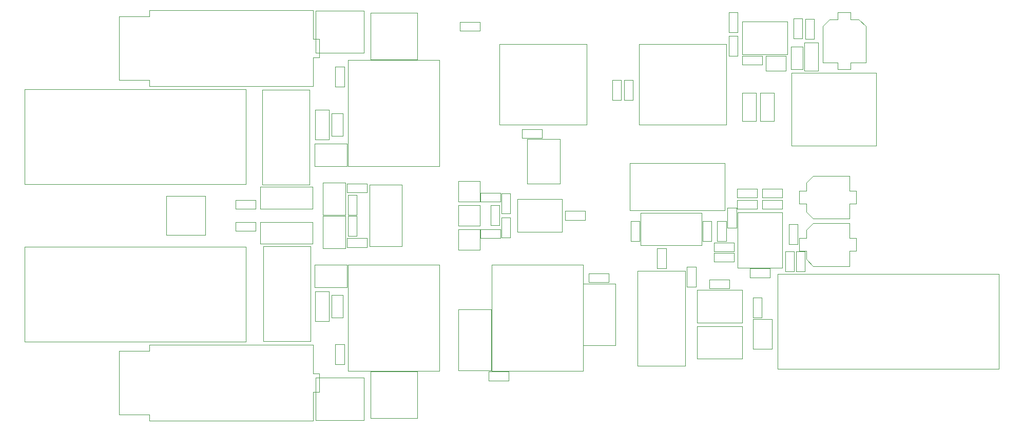
<source format=gbr>
G04 #@! TF.GenerationSoftware,KiCad,Pcbnew,(5.1.9)-1*
G04 #@! TF.CreationDate,2021-04-27T11:57:58-05:00*
G04 #@! TF.ProjectId,high-gain-diff-probe,68696768-2d67-4616-996e-2d646966662d,rev?*
G04 #@! TF.SameCoordinates,Original*
G04 #@! TF.FileFunction,Other,User*
%FSLAX46Y46*%
G04 Gerber Fmt 4.6, Leading zero omitted, Abs format (unit mm)*
G04 Created by KiCad (PCBNEW (5.1.9)-1) date 2021-04-27 11:57:58*
%MOMM*%
%LPD*%
G01*
G04 APERTURE LIST*
%ADD10C,0.050000*%
%ADD11C,0.120000*%
G04 APERTURE END LIST*
D10*
X187000000Y-99520000D02*
X187000000Y-108680000D01*
X187000000Y-108680000D02*
X194400000Y-108680000D01*
X194400000Y-108680000D02*
X194400000Y-99520000D01*
X194400000Y-99520000D02*
X187000000Y-99520000D01*
X183670000Y-100950000D02*
X185130000Y-100950000D01*
X185130000Y-100950000D02*
X185130000Y-104250000D01*
X185130000Y-104250000D02*
X183670000Y-104250000D01*
X183670000Y-104250000D02*
X183670000Y-100950000D01*
X186450000Y-104470000D02*
X186450000Y-105930000D01*
X186450000Y-105930000D02*
X183150000Y-105930000D01*
X183150000Y-105930000D02*
X183150000Y-104470000D01*
X183150000Y-104470000D02*
X186450000Y-104470000D01*
X198130000Y-109250000D02*
X196670000Y-109250000D01*
X196670000Y-109250000D02*
X196670000Y-105950000D01*
X196670000Y-105950000D02*
X198130000Y-105950000D01*
X198130000Y-105950000D02*
X198130000Y-109250000D01*
X196930000Y-104750000D02*
X195470000Y-104750000D01*
X195470000Y-104750000D02*
X195470000Y-101450000D01*
X195470000Y-101450000D02*
X196930000Y-101450000D01*
X196930000Y-101450000D02*
X196930000Y-104750000D01*
X183150000Y-107630000D02*
X183150000Y-106170000D01*
X183150000Y-106170000D02*
X186450000Y-106170000D01*
X186450000Y-106170000D02*
X186450000Y-107630000D01*
X186450000Y-107630000D02*
X183150000Y-107630000D01*
X190250000Y-95570000D02*
X190250000Y-97030000D01*
X190250000Y-97030000D02*
X186950000Y-97030000D01*
X186950000Y-97030000D02*
X186950000Y-95570000D01*
X186950000Y-95570000D02*
X190250000Y-95570000D01*
X190250000Y-97470000D02*
X190250000Y-98930000D01*
X190250000Y-98930000D02*
X186950000Y-98930000D01*
X186950000Y-98930000D02*
X186950000Y-97470000D01*
X186950000Y-97470000D02*
X190250000Y-97470000D01*
X191050000Y-98930000D02*
X191050000Y-97470000D01*
X191050000Y-97470000D02*
X194350000Y-97470000D01*
X194350000Y-97470000D02*
X194350000Y-98930000D01*
X194350000Y-98930000D02*
X191050000Y-98930000D01*
D11*
X125400000Y-126800000D02*
X117400000Y-126800000D01*
X117400000Y-126800000D02*
X117400000Y-133800000D01*
X117400000Y-133800000D02*
X125400000Y-133800000D01*
X125400000Y-133800000D02*
X125400000Y-126800000D01*
X125400000Y-66200000D02*
X117400000Y-66200000D01*
X117400000Y-66200000D02*
X117400000Y-73200000D01*
X117400000Y-73200000D02*
X125400000Y-73200000D01*
X125400000Y-73200000D02*
X125400000Y-66200000D01*
D10*
X116600000Y-120750000D02*
X108750000Y-120750000D01*
X116600000Y-105100000D02*
X116600000Y-120750000D01*
X108750000Y-105100000D02*
X116600000Y-105100000D01*
X108750000Y-120750000D02*
X108750000Y-105100000D01*
X108600000Y-79250000D02*
X116450000Y-79250000D01*
X108600000Y-94900000D02*
X108600000Y-79250000D01*
X116450000Y-94900000D02*
X108600000Y-94900000D01*
X116450000Y-79250000D02*
X116450000Y-94900000D01*
X169250000Y-99200000D02*
X169250000Y-91350000D01*
X184900000Y-99200000D02*
X169250000Y-99200000D01*
X184900000Y-91350000D02*
X184900000Y-99200000D01*
X169250000Y-91350000D02*
X184900000Y-91350000D01*
X170500000Y-109150000D02*
X178350000Y-109150000D01*
X170500000Y-124800000D02*
X170500000Y-109150000D01*
X178350000Y-124800000D02*
X170500000Y-124800000D01*
X178350000Y-109150000D02*
X178350000Y-124800000D01*
X118000000Y-126100000D02*
X117000000Y-126100000D01*
X118000000Y-129100000D02*
X118000000Y-126100000D01*
X117000000Y-129100000D02*
X118000000Y-129100000D01*
X85000000Y-132880000D02*
X90000000Y-132880000D01*
X85000000Y-122320000D02*
X85000000Y-132880000D01*
X90000000Y-122320000D02*
X85000000Y-122320000D01*
X90000000Y-121350000D02*
X117000000Y-121350000D01*
X90000000Y-122320000D02*
X90000000Y-121350000D01*
X90000000Y-133850000D02*
X90000000Y-132880000D01*
X117000000Y-133850000D02*
X90000000Y-133850000D01*
X117000000Y-133850000D02*
X117000000Y-129100000D01*
X117000000Y-126100000D02*
X117000000Y-121350000D01*
X118000000Y-70900000D02*
X117000000Y-70900000D01*
X118000000Y-73900000D02*
X118000000Y-70900000D01*
X117000000Y-73900000D02*
X118000000Y-73900000D01*
X85000000Y-77680000D02*
X90000000Y-77680000D01*
X85000000Y-67120000D02*
X85000000Y-77680000D01*
X90000000Y-67120000D02*
X85000000Y-67120000D01*
X90000000Y-66150000D02*
X117000000Y-66150000D01*
X90000000Y-67120000D02*
X90000000Y-66150000D01*
X90000000Y-78650000D02*
X90000000Y-77680000D01*
X117000000Y-78650000D02*
X90000000Y-78650000D01*
X117000000Y-78650000D02*
X117000000Y-73900000D01*
X117000000Y-70900000D02*
X117000000Y-66150000D01*
X137800000Y-108150000D02*
X137800000Y-125650000D01*
X137800000Y-125650000D02*
X122800000Y-125650000D01*
X122800000Y-125650000D02*
X122800000Y-108150000D01*
X122800000Y-108150000D02*
X137800000Y-108150000D01*
X146500000Y-125650000D02*
X146500000Y-108150000D01*
X146500000Y-108150000D02*
X161500000Y-108150000D01*
X161500000Y-108150000D02*
X161500000Y-125650000D01*
X161500000Y-125650000D02*
X146500000Y-125650000D01*
X122800000Y-91850000D02*
X122800000Y-74350000D01*
X122800000Y-74350000D02*
X137800000Y-74350000D01*
X137800000Y-74350000D02*
X137800000Y-91850000D01*
X137800000Y-91850000D02*
X122800000Y-91850000D01*
X134150000Y-74250000D02*
X134150000Y-66550000D01*
X134150000Y-66550000D02*
X126450000Y-66550000D01*
X126450000Y-66550000D02*
X126450000Y-74250000D01*
X126450000Y-74250000D02*
X134150000Y-74250000D01*
X134150000Y-133450000D02*
X134150000Y-125750000D01*
X134150000Y-125750000D02*
X126450000Y-125750000D01*
X126450000Y-125750000D02*
X126450000Y-133450000D01*
X126450000Y-133450000D02*
X134150000Y-133450000D01*
X104250000Y-102530000D02*
X104250000Y-101070000D01*
X104250000Y-101070000D02*
X107550000Y-101070000D01*
X107550000Y-101070000D02*
X107550000Y-102530000D01*
X107550000Y-102530000D02*
X104250000Y-102530000D01*
X108260000Y-104700000D02*
X116910000Y-104700000D01*
X116910000Y-104700000D02*
X116910000Y-101100000D01*
X116910000Y-101100000D02*
X108260000Y-101100000D01*
X108260000Y-101100000D02*
X108260000Y-104700000D01*
X108260000Y-98900000D02*
X116910000Y-98900000D01*
X116910000Y-98900000D02*
X116910000Y-95300000D01*
X116910000Y-95300000D02*
X108260000Y-95300000D01*
X108260000Y-95300000D02*
X108260000Y-98900000D01*
X200350000Y-71450000D02*
X200350000Y-76150000D01*
X200350000Y-76150000D02*
X198050000Y-76150000D01*
X198050000Y-76150000D02*
X198050000Y-71450000D01*
X200350000Y-71450000D02*
X198050000Y-71450000D01*
X187800000Y-73400000D02*
X195200000Y-73400000D01*
X187800000Y-68000000D02*
X187800000Y-73400000D01*
X195200000Y-68000000D02*
X187800000Y-68000000D01*
X195200000Y-73400000D02*
X195200000Y-68000000D01*
X187775000Y-118265000D02*
X180375000Y-118265000D01*
X187775000Y-123665000D02*
X187775000Y-118265000D01*
X180375000Y-123665000D02*
X187775000Y-123665000D01*
X180375000Y-118265000D02*
X180375000Y-123665000D01*
X92750000Y-103250000D02*
X99250000Y-103250000D01*
X99250000Y-103250000D02*
X99250000Y-96800000D01*
X99250000Y-96800000D02*
X92750000Y-96800000D01*
X92750000Y-96800000D02*
X92750000Y-103250000D01*
X162150000Y-85050000D02*
X162150000Y-71750000D01*
X162150000Y-71750000D02*
X147750000Y-71750000D01*
X147750000Y-71750000D02*
X147750000Y-85050000D01*
X147750000Y-85050000D02*
X162150000Y-85050000D01*
X194950000Y-76150000D02*
X191650000Y-76150000D01*
X194950000Y-76150000D02*
X194950000Y-73650000D01*
X191650000Y-73650000D02*
X191650000Y-76150000D01*
X191650000Y-73650000D02*
X194950000Y-73650000D01*
X205450000Y-101250000D02*
X205450000Y-103750000D01*
X205450000Y-103750000D02*
X206600000Y-103750000D01*
X206600000Y-103750000D02*
X206600000Y-105850000D01*
X206600000Y-105850000D02*
X205450000Y-105850000D01*
X205450000Y-105850000D02*
X205450000Y-108350000D01*
X199500000Y-108350000D02*
X205450000Y-108350000D01*
X199500000Y-101250000D02*
X205450000Y-101250000D01*
X198350000Y-107200000D02*
X199500000Y-108350000D01*
X198350000Y-102400000D02*
X199500000Y-101250000D01*
X198350000Y-102400000D02*
X198350000Y-103750000D01*
X198350000Y-105850000D02*
X198350000Y-107200000D01*
X198350000Y-103750000D02*
X197200000Y-103750000D01*
X197200000Y-103750000D02*
X197200000Y-105850000D01*
X197200000Y-105850000D02*
X198350000Y-105850000D01*
X205450000Y-93450000D02*
X205450000Y-95950000D01*
X205450000Y-95950000D02*
X206600000Y-95950000D01*
X206600000Y-95950000D02*
X206600000Y-98050000D01*
X206600000Y-98050000D02*
X205450000Y-98050000D01*
X205450000Y-98050000D02*
X205450000Y-100550000D01*
X199500000Y-100550000D02*
X205450000Y-100550000D01*
X199500000Y-93450000D02*
X205450000Y-93450000D01*
X198350000Y-99400000D02*
X199500000Y-100550000D01*
X198350000Y-94600000D02*
X199500000Y-93450000D01*
X198350000Y-94600000D02*
X198350000Y-95950000D01*
X198350000Y-98050000D02*
X198350000Y-99400000D01*
X198350000Y-95950000D02*
X197200000Y-95950000D01*
X197200000Y-95950000D02*
X197200000Y-98050000D01*
X197200000Y-98050000D02*
X198350000Y-98050000D01*
X161500000Y-121400000D02*
X166850000Y-121400000D01*
X166850000Y-121400000D02*
X166850000Y-111300000D01*
X166850000Y-111300000D02*
X161500000Y-111300000D01*
X161500000Y-111300000D02*
X161500000Y-121400000D01*
X208150000Y-74750000D02*
X205650000Y-74750000D01*
X205650000Y-74750000D02*
X205650000Y-75900000D01*
X205650000Y-75900000D02*
X203550000Y-75900000D01*
X203550000Y-75900000D02*
X203550000Y-74750000D01*
X203550000Y-74750000D02*
X201050000Y-74750000D01*
X201050000Y-68800000D02*
X201050000Y-74750000D01*
X208150000Y-68800000D02*
X208150000Y-74750000D01*
X202200000Y-67650000D02*
X201050000Y-68800000D01*
X207000000Y-67650000D02*
X208150000Y-68800000D01*
X207000000Y-67650000D02*
X205650000Y-67650000D01*
X203550000Y-67650000D02*
X202200000Y-67650000D01*
X205650000Y-67650000D02*
X205650000Y-66500000D01*
X205650000Y-66500000D02*
X203550000Y-66500000D01*
X203550000Y-66500000D02*
X203550000Y-67650000D01*
X141000000Y-125600000D02*
X146350000Y-125600000D01*
X146350000Y-125600000D02*
X146350000Y-115500000D01*
X146350000Y-115500000D02*
X141000000Y-115500000D01*
X141000000Y-115500000D02*
X141000000Y-125600000D01*
X181100000Y-104900000D02*
X181100000Y-99550000D01*
X181100000Y-99550000D02*
X171000000Y-99550000D01*
X171000000Y-99550000D02*
X171000000Y-104900000D01*
X171000000Y-104900000D02*
X181100000Y-104900000D01*
X170830000Y-104250000D02*
X169370000Y-104250000D01*
X169370000Y-104250000D02*
X169370000Y-100950000D01*
X169370000Y-100950000D02*
X170830000Y-100950000D01*
X170830000Y-100950000D02*
X170830000Y-104250000D01*
X181270000Y-100950000D02*
X182730000Y-100950000D01*
X182730000Y-100950000D02*
X182730000Y-104250000D01*
X182730000Y-104250000D02*
X181270000Y-104250000D01*
X181270000Y-104250000D02*
X181270000Y-100950000D01*
X120050000Y-113150000D02*
X121950000Y-113150000D01*
X121950000Y-113150000D02*
X121950000Y-116850000D01*
X121950000Y-116850000D02*
X120050000Y-116850000D01*
X120050000Y-116850000D02*
X120050000Y-113150000D01*
X121950000Y-86850000D02*
X120050000Y-86850000D01*
X120050000Y-86850000D02*
X120050000Y-83150000D01*
X120050000Y-83150000D02*
X121950000Y-83150000D01*
X121950000Y-83150000D02*
X121950000Y-86850000D01*
X185150000Y-85050000D02*
X185150000Y-71750000D01*
X185150000Y-71750000D02*
X170750000Y-71750000D01*
X170750000Y-71750000D02*
X170750000Y-85050000D01*
X170750000Y-85050000D02*
X185150000Y-85050000D01*
X197730000Y-70837500D02*
X196270000Y-70837500D01*
X196270000Y-70837500D02*
X196270000Y-67537500D01*
X196270000Y-67537500D02*
X197730000Y-67537500D01*
X197730000Y-67537500D02*
X197730000Y-70837500D01*
X198170000Y-67550000D02*
X199630000Y-67550000D01*
X199630000Y-67550000D02*
X199630000Y-70850000D01*
X199630000Y-70850000D02*
X198170000Y-70850000D01*
X198170000Y-70850000D02*
X198170000Y-67550000D01*
X195900000Y-88500000D02*
X209900000Y-88500000D01*
X209900000Y-88500000D02*
X209900000Y-76500000D01*
X209900000Y-76500000D02*
X195900000Y-76500000D01*
X195900000Y-76500000D02*
X195900000Y-88500000D01*
X187775000Y-117665000D02*
X187775000Y-112265000D01*
X187775000Y-112265000D02*
X180375000Y-112265000D01*
X180375000Y-112265000D02*
X180375000Y-117665000D01*
X180375000Y-117665000D02*
X187775000Y-117665000D01*
X157700000Y-87400000D02*
X152300000Y-87400000D01*
X152300000Y-87400000D02*
X152300000Y-94800000D01*
X152300000Y-94800000D02*
X157700000Y-94800000D01*
X157700000Y-94800000D02*
X157700000Y-87400000D01*
X126310000Y-105060000D02*
X131660000Y-105060000D01*
X131660000Y-105060000D02*
X131660000Y-94960000D01*
X131660000Y-94960000D02*
X126310000Y-94960000D01*
X126310000Y-94960000D02*
X126310000Y-105060000D01*
X191030000Y-116850000D02*
X189570000Y-116850000D01*
X189570000Y-116850000D02*
X189570000Y-113550000D01*
X189570000Y-113550000D02*
X191030000Y-113550000D01*
X191030000Y-113550000D02*
X191030000Y-116850000D01*
X162450000Y-111030000D02*
X162450000Y-109570000D01*
X162450000Y-109570000D02*
X165750000Y-109570000D01*
X165750000Y-109570000D02*
X165750000Y-111030000D01*
X165750000Y-111030000D02*
X162450000Y-111030000D01*
X149250000Y-125770000D02*
X149250000Y-127230000D01*
X149250000Y-127230000D02*
X145950000Y-127230000D01*
X145950000Y-127230000D02*
X145950000Y-125770000D01*
X145950000Y-125770000D02*
X149250000Y-125770000D01*
X107550000Y-97470000D02*
X107550000Y-98930000D01*
X107550000Y-98930000D02*
X104250000Y-98930000D01*
X104250000Y-98930000D02*
X104250000Y-97470000D01*
X104250000Y-97470000D02*
X107550000Y-97470000D01*
X117380000Y-112550000D02*
X119620000Y-112550000D01*
X119620000Y-112550000D02*
X119620000Y-117450000D01*
X119620000Y-117450000D02*
X117380000Y-117450000D01*
X117380000Y-117450000D02*
X117380000Y-112550000D01*
X122130000Y-124550000D02*
X120670000Y-124550000D01*
X120670000Y-124550000D02*
X120670000Y-121250000D01*
X120670000Y-121250000D02*
X122130000Y-121250000D01*
X122130000Y-121250000D02*
X122130000Y-124550000D01*
X120670000Y-75437500D02*
X122130000Y-75437500D01*
X122130000Y-75437500D02*
X122130000Y-78737500D01*
X122130000Y-78737500D02*
X120670000Y-78737500D01*
X120670000Y-78737500D02*
X120670000Y-75437500D01*
X119620000Y-87450000D02*
X117380000Y-87450000D01*
X117380000Y-87450000D02*
X117380000Y-82550000D01*
X117380000Y-82550000D02*
X119620000Y-82550000D01*
X119620000Y-82550000D02*
X119620000Y-87450000D01*
X195850000Y-72150000D02*
X197750000Y-72150000D01*
X197750000Y-72150000D02*
X197750000Y-75850000D01*
X197750000Y-75850000D02*
X195850000Y-75850000D01*
X195850000Y-75850000D02*
X195850000Y-72150000D01*
X185700000Y-110570000D02*
X185700000Y-112030000D01*
X185700000Y-112030000D02*
X182400000Y-112030000D01*
X182400000Y-112030000D02*
X182400000Y-110570000D01*
X182400000Y-110570000D02*
X185700000Y-110570000D01*
X117250000Y-108150000D02*
X117250000Y-111850000D01*
X117250000Y-111850000D02*
X122550000Y-111850000D01*
X122550000Y-111850000D02*
X122550000Y-108150000D01*
X122550000Y-108150000D02*
X117250000Y-108150000D01*
X117250000Y-88150000D02*
X117250000Y-91850000D01*
X117250000Y-91850000D02*
X122550000Y-91850000D01*
X122550000Y-91850000D02*
X122550000Y-88150000D01*
X122550000Y-88150000D02*
X117250000Y-88150000D01*
X150700000Y-97300000D02*
X150700000Y-102700000D01*
X150700000Y-102700000D02*
X158100000Y-102700000D01*
X158100000Y-102700000D02*
X158100000Y-97300000D01*
X158100000Y-97300000D02*
X150700000Y-97300000D01*
X141250000Y-69530000D02*
X141250000Y-68070000D01*
X141250000Y-68070000D02*
X144550000Y-68070000D01*
X144550000Y-68070000D02*
X144550000Y-69530000D01*
X144550000Y-69530000D02*
X141250000Y-69530000D01*
X189062500Y-110230000D02*
X189062500Y-108770000D01*
X189062500Y-108770000D02*
X192362500Y-108770000D01*
X192362500Y-108770000D02*
X192362500Y-110230000D01*
X192362500Y-110230000D02*
X189062500Y-110230000D01*
X194870000Y-105950000D02*
X196330000Y-105950000D01*
X196330000Y-105950000D02*
X196330000Y-109250000D01*
X196330000Y-109250000D02*
X194870000Y-109250000D01*
X194870000Y-109250000D02*
X194870000Y-105950000D01*
X189570000Y-117100000D02*
X192730000Y-117100000D01*
X192730000Y-117100000D02*
X192730000Y-122000000D01*
X192730000Y-122000000D02*
X189570000Y-122000000D01*
X189570000Y-122000000D02*
X189570000Y-117100000D01*
X168270000Y-77650000D02*
X169730000Y-77650000D01*
X169730000Y-77650000D02*
X169730000Y-80950000D01*
X169730000Y-80950000D02*
X168270000Y-80950000D01*
X168270000Y-80950000D02*
X168270000Y-77650000D01*
X167830000Y-80950000D02*
X166370000Y-80950000D01*
X166370000Y-80950000D02*
X166370000Y-77650000D01*
X166370000Y-77650000D02*
X167830000Y-77650000D01*
X167830000Y-77650000D02*
X167830000Y-80950000D01*
X161862500Y-99270000D02*
X161862500Y-100730000D01*
X161862500Y-100730000D02*
X158562500Y-100730000D01*
X158562500Y-100730000D02*
X158562500Y-99270000D01*
X158562500Y-99270000D02*
X161862500Y-99270000D01*
X147900000Y-102270000D02*
X147900000Y-103730000D01*
X147900000Y-103730000D02*
X144600000Y-103730000D01*
X144600000Y-103730000D02*
X144600000Y-102270000D01*
X144600000Y-102270000D02*
X147900000Y-102270000D01*
X147900000Y-96270000D02*
X147900000Y-97730000D01*
X147900000Y-97730000D02*
X144600000Y-97730000D01*
X144600000Y-97730000D02*
X144600000Y-96270000D01*
X144600000Y-96270000D02*
X147900000Y-96270000D01*
X125900000Y-103770000D02*
X125900000Y-105230000D01*
X125900000Y-105230000D02*
X122600000Y-105230000D01*
X122600000Y-105230000D02*
X122600000Y-103770000D01*
X122600000Y-103770000D02*
X125900000Y-103770000D01*
X122600000Y-96230000D02*
X122600000Y-94770000D01*
X122600000Y-94770000D02*
X125900000Y-94770000D01*
X125900000Y-94770000D02*
X125900000Y-96230000D01*
X125900000Y-96230000D02*
X122600000Y-96230000D01*
X193600000Y-109650000D02*
X193600000Y-125350000D01*
X193600000Y-109650000D02*
X230100000Y-109650000D01*
X230100000Y-125350000D02*
X230100000Y-109650000D01*
X193600000Y-125350000D02*
X230100000Y-125350000D01*
X105900000Y-120850000D02*
X105900000Y-105150000D01*
X105900000Y-120850000D02*
X69400000Y-120850000D01*
X69400000Y-105150000D02*
X69400000Y-120850000D01*
X105900000Y-105150000D02*
X69400000Y-105150000D01*
X105900000Y-94850000D02*
X105900000Y-79150000D01*
X105900000Y-94850000D02*
X69400000Y-94850000D01*
X69400000Y-79150000D02*
X69400000Y-94850000D01*
X105900000Y-79150000D02*
X69400000Y-79150000D01*
X193050000Y-79750000D02*
X193050000Y-84450000D01*
X193050000Y-84450000D02*
X190750000Y-84450000D01*
X190750000Y-84450000D02*
X190750000Y-79750000D01*
X190750000Y-79750000D02*
X193050000Y-79750000D01*
X187750000Y-84450000D02*
X187750000Y-79750000D01*
X187750000Y-79750000D02*
X190050000Y-79750000D01*
X190050000Y-79750000D02*
X190050000Y-84450000D01*
X190050000Y-84450000D02*
X187750000Y-84450000D01*
X141000000Y-101700000D02*
X141000000Y-98300000D01*
X141000000Y-98300000D02*
X144500000Y-98300000D01*
X144500000Y-98300000D02*
X144500000Y-101700000D01*
X144500000Y-101700000D02*
X141000000Y-101700000D01*
X141000000Y-105700000D02*
X141000000Y-102300000D01*
X141000000Y-102300000D02*
X144500000Y-102300000D01*
X144500000Y-102300000D02*
X144500000Y-105700000D01*
X144500000Y-105700000D02*
X141000000Y-105700000D01*
X144500000Y-94300000D02*
X144500000Y-97700000D01*
X144500000Y-97700000D02*
X141000000Y-97700000D01*
X141000000Y-97700000D02*
X141000000Y-94300000D01*
X141000000Y-94300000D02*
X144500000Y-94300000D01*
X194350000Y-95570000D02*
X194350000Y-97030000D01*
X194350000Y-97030000D02*
X191050000Y-97030000D01*
X191050000Y-97030000D02*
X191050000Y-95570000D01*
X191050000Y-95570000D02*
X194350000Y-95570000D01*
X186830000Y-102050000D02*
X185370000Y-102050000D01*
X185370000Y-102050000D02*
X185370000Y-98750000D01*
X185370000Y-98750000D02*
X186830000Y-98750000D01*
X186830000Y-98750000D02*
X186830000Y-102050000D01*
X187030000Y-69750000D02*
X185570000Y-69750000D01*
X185570000Y-69750000D02*
X185570000Y-66450000D01*
X185570000Y-66450000D02*
X187030000Y-66450000D01*
X187030000Y-66450000D02*
X187030000Y-69750000D01*
X187030000Y-73650000D02*
X185570000Y-73650000D01*
X185570000Y-73650000D02*
X185570000Y-70350000D01*
X185570000Y-70350000D02*
X187030000Y-70350000D01*
X187030000Y-70350000D02*
X187030000Y-73650000D01*
X187750000Y-75130000D02*
X187750000Y-73670000D01*
X187750000Y-73670000D02*
X191050000Y-73670000D01*
X191050000Y-73670000D02*
X191050000Y-75130000D01*
X191050000Y-75130000D02*
X187750000Y-75130000D01*
X178670000Y-108450000D02*
X180130000Y-108450000D01*
X180130000Y-108450000D02*
X180130000Y-111750000D01*
X180130000Y-111750000D02*
X178670000Y-111750000D01*
X178670000Y-111750000D02*
X178670000Y-108450000D01*
X151475001Y-87230000D02*
X151475001Y-85770000D01*
X151475001Y-85770000D02*
X154775001Y-85770000D01*
X154775001Y-85770000D02*
X154775001Y-87230000D01*
X154775001Y-87230000D02*
X151475001Y-87230000D01*
X173770000Y-105450000D02*
X175230000Y-105450000D01*
X175230000Y-105450000D02*
X175230000Y-108750000D01*
X175230000Y-108750000D02*
X173770000Y-108750000D01*
X173770000Y-108750000D02*
X173770000Y-105450000D01*
X146270000Y-98350000D02*
X147730000Y-98350000D01*
X147730000Y-98350000D02*
X147730000Y-101650000D01*
X147730000Y-101650000D02*
X146270000Y-101650000D01*
X146270000Y-101650000D02*
X146270000Y-98350000D01*
X148070000Y-100350000D02*
X149530000Y-100350000D01*
X149530000Y-100350000D02*
X149530000Y-103650000D01*
X149530000Y-103650000D02*
X148070000Y-103650000D01*
X148070000Y-103650000D02*
X148070000Y-100350000D01*
X148070000Y-96350000D02*
X149530000Y-96350000D01*
X149530000Y-96350000D02*
X149530000Y-99650000D01*
X149530000Y-99650000D02*
X148070000Y-99650000D01*
X148070000Y-99650000D02*
X148070000Y-96350000D01*
X122770000Y-100100000D02*
X124230000Y-100100000D01*
X124230000Y-100100000D02*
X124230000Y-103400000D01*
X124230000Y-103400000D02*
X122770000Y-103400000D01*
X122770000Y-103400000D02*
X122770000Y-100100000D01*
X122770000Y-96600000D02*
X124230000Y-96600000D01*
X124230000Y-96600000D02*
X124230000Y-99900000D01*
X124230000Y-99900000D02*
X122770000Y-99900000D01*
X122770000Y-99900000D02*
X122770000Y-96600000D01*
X118650000Y-105400000D02*
X122350000Y-105400000D01*
X122350000Y-105400000D02*
X122350000Y-100100000D01*
X122350000Y-100100000D02*
X118650000Y-100100000D01*
X118650000Y-100100000D02*
X118650000Y-105400000D01*
X122350000Y-94600000D02*
X118650000Y-94600000D01*
X118650000Y-94600000D02*
X118650000Y-99900000D01*
X118650000Y-99900000D02*
X122350000Y-99900000D01*
X122350000Y-99900000D02*
X122350000Y-94600000D01*
M02*

</source>
